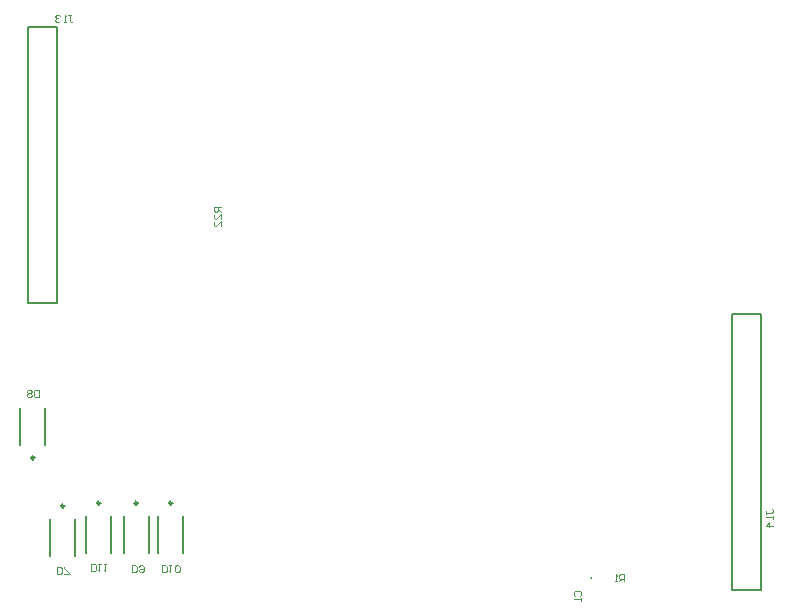
<source format=gbo>
G04*
G04 #@! TF.GenerationSoftware,Altium Limited,Altium Designer,24.4.1 (13)*
G04*
G04 Layer_Color=32896*
%FSLAX44Y44*%
%MOMM*%
G71*
G04*
G04 #@! TF.SameCoordinates,A3252435-666A-4F3B-8FA1-24D8921DAC19*
G04*
G04*
G04 #@! TF.FilePolarity,Positive*
G04*
G01*
G75*
%ADD11C,0.2500*%
%ADD12C,0.2000*%
%ADD15C,0.1524*%
%ADD18C,0.1100*%
D11*
X105390Y258910D02*
G03*
X105390Y258910I-1250J0D01*
G01*
X43160Y256370D02*
G03*
X43160Y256370I-1250J0D01*
G01*
X17760Y297350D02*
G03*
X17760Y297350I-1250J0D01*
G01*
X73640Y258910D02*
G03*
X73640Y258910I-1250J0D01*
G01*
X134600D02*
G03*
X134600Y258910I-1250J0D01*
G01*
D12*
X489450Y195570D02*
G03*
X489450Y195570I-500J0D01*
G01*
X114890Y216910D02*
Y247910D01*
X93390Y216910D02*
Y247910D01*
X52660Y214370D02*
Y245370D01*
X31160Y214370D02*
Y245370D01*
X5760Y308350D02*
Y339350D01*
X27260Y308350D02*
Y339350D01*
X83140Y216910D02*
Y247910D01*
X61640Y216910D02*
Y247910D01*
X144100Y216910D02*
Y247910D01*
X122600Y216910D02*
Y247910D01*
D15*
X12761Y427988D02*
Y661668D01*
X37145D01*
Y427988D02*
Y661668D01*
X12761Y427988D02*
X37145D01*
X608838Y419100D02*
X633222D01*
X608838Y185420D02*
Y419100D01*
Y185420D02*
X633222D01*
Y419100D01*
D18*
X65892Y201471D02*
Y207469D01*
X68891D01*
X69891Y206469D01*
Y202471D01*
X68891Y201471D01*
X65892D01*
X71890Y207469D02*
X73889D01*
X72890D01*
Y201471D01*
X71890Y202471D01*
X76888Y207469D02*
X78888D01*
X77888D01*
Y201471D01*
X76888Y202471D01*
X125852Y200201D02*
Y206199D01*
X128851D01*
X129851Y205199D01*
Y201201D01*
X128851Y200201D01*
X125852D01*
X131851Y206199D02*
X133850D01*
X132850D01*
Y200201D01*
X131851Y201201D01*
X136849D02*
X137849Y200201D01*
X139848D01*
X140848Y201201D01*
Y205199D01*
X139848Y206199D01*
X137849D01*
X136849Y205199D01*
Y201201D01*
X100412Y200201D02*
Y206199D01*
X103411D01*
X104410Y205199D01*
Y201201D01*
X103411Y200201D01*
X100412D01*
X106410Y205199D02*
X107409Y206199D01*
X109409D01*
X110408Y205199D01*
Y201201D01*
X109409Y200201D01*
X107409D01*
X106410Y201201D01*
Y202200D01*
X107409Y203200D01*
X110408D01*
X21508Y354789D02*
Y348791D01*
X18509D01*
X17510Y349791D01*
Y353789D01*
X18509Y354789D01*
X21508D01*
X15510Y353789D02*
X14511Y354789D01*
X12511D01*
X11512Y353789D01*
Y352790D01*
X12511Y351790D01*
X11512Y350790D01*
Y349791D01*
X12511Y348791D01*
X14511D01*
X15510Y349791D01*
Y350790D01*
X14511Y351790D01*
X15510Y352790D01*
Y353789D01*
X14511Y351790D02*
X12511D01*
X36912Y198931D02*
Y204929D01*
X39911D01*
X40910Y203929D01*
Y199931D01*
X39911Y198931D01*
X36912D01*
X42910D02*
X46908D01*
Y199931D01*
X42910Y203929D01*
Y204929D01*
X637081Y249879D02*
Y251878D01*
Y250879D01*
X642079D01*
X643079Y251878D01*
Y252878D01*
X642079Y253878D01*
X643079Y247880D02*
Y245880D01*
Y246880D01*
X637081D01*
X638081Y247880D01*
X643079Y239882D02*
X637081D01*
X640080Y242881D01*
Y238882D01*
X46679Y672289D02*
X48678D01*
X47678D01*
Y667291D01*
X48678Y666291D01*
X49678D01*
X50677Y667291D01*
X44679Y666291D02*
X42680D01*
X43680D01*
Y672289D01*
X44679Y671289D01*
X39681D02*
X38681Y672289D01*
X36682D01*
X35682Y671289D01*
Y670290D01*
X36682Y669290D01*
X37682D01*
X36682D01*
X35682Y668290D01*
Y667291D01*
X36682Y666291D01*
X38681D01*
X39681Y667291D01*
X175719Y509687D02*
X169721D01*
Y506688D01*
X170721Y505689D01*
X172720D01*
X173720Y506688D01*
Y509687D01*
Y507688D02*
X175719Y505689D01*
Y499691D02*
Y503689D01*
X171720Y499691D01*
X170721D01*
X169721Y500690D01*
Y502690D01*
X170721Y503689D01*
X175719Y493693D02*
Y497691D01*
X171720Y493693D01*
X170721D01*
X169721Y494692D01*
Y496692D01*
X170721Y497691D01*
X517079Y192581D02*
Y198579D01*
X514080D01*
X513080Y197579D01*
Y195580D01*
X514080Y194580D01*
X517079D01*
X515079D02*
X513080Y192581D01*
X511081D02*
X509081D01*
X510081D01*
Y198579D01*
X511081Y197579D01*
X475521Y180340D02*
X474521Y181340D01*
Y183339D01*
X475521Y184339D01*
X479519D01*
X480519Y183339D01*
Y181340D01*
X479519Y180340D01*
X480519Y178341D02*
Y176341D01*
Y177341D01*
X474521D01*
X475521Y178341D01*
M02*

</source>
